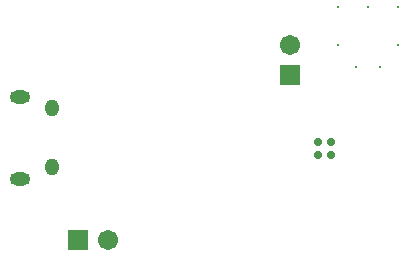
<source format=gbs>
G04*
G04 #@! TF.GenerationSoftware,Altium Limited,Altium Designer,19.1.7 (138)*
G04*
G04 Layer_Color=16711935*
%FSLAX44Y44*%
%MOMM*%
G71*
G01*
G75*
%ADD62O,1.1532X1.4532*%
%ADD63O,1.7532X1.1032*%
%ADD64R,1.7032X1.7032*%
%ADD65C,1.7032*%
%ADD66R,1.7032X1.7032*%
%ADD67C,0.2032*%
%ADD68C,0.7032*%
D62*
X906310Y757320D02*
D03*
Y807320D02*
D03*
D63*
X879310Y747320D02*
D03*
Y817320D02*
D03*
D64*
X1107440Y835660D02*
D03*
D65*
Y861060D02*
D03*
X953770Y695960D02*
D03*
D66*
X928370D02*
D03*
D67*
X1148080Y861060D02*
D03*
Y892810D02*
D03*
X1198880Y861060D02*
D03*
Y892810D02*
D03*
X1173480D02*
D03*
X1183640Y842010D02*
D03*
X1163320D02*
D03*
D68*
X1131150Y778380D02*
D03*
X1142150D02*
D03*
X1131150Y767380D02*
D03*
X1142150D02*
D03*
M02*

</source>
